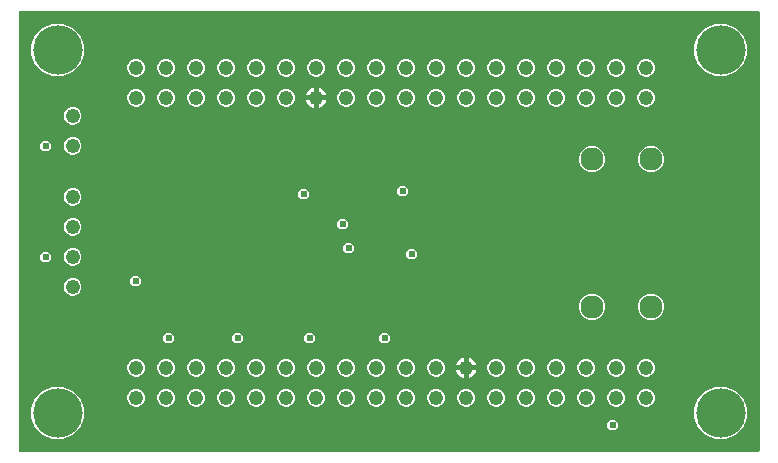
<source format=gbr>
G04 EAGLE Gerber RS-274X export*
G75*
%MOMM*%
%FSLAX34Y34*%
%LPD*%
%INCopper Layer 15*%
%IPPOS*%
%AMOC8*
5,1,8,0,0,1.08239X$1,22.5*%
G01*
%ADD10C,1.244600*%
%ADD11C,1.960000*%
%ADD12C,4.191000*%
%ADD13C,0.609600*%

G36*
X628768Y2556D02*
X628768Y2556D01*
X628887Y2563D01*
X628925Y2576D01*
X628966Y2581D01*
X629076Y2624D01*
X629189Y2661D01*
X629224Y2683D01*
X629261Y2698D01*
X629357Y2767D01*
X629458Y2831D01*
X629486Y2861D01*
X629519Y2884D01*
X629595Y2976D01*
X629676Y3063D01*
X629696Y3098D01*
X629721Y3129D01*
X629772Y3237D01*
X629830Y3341D01*
X629840Y3381D01*
X629857Y3417D01*
X629879Y3534D01*
X629909Y3649D01*
X629913Y3709D01*
X629917Y3729D01*
X629915Y3750D01*
X629919Y3810D01*
X629919Y374650D01*
X629904Y374768D01*
X629897Y374887D01*
X629884Y374925D01*
X629879Y374966D01*
X629836Y375076D01*
X629799Y375189D01*
X629777Y375224D01*
X629762Y375261D01*
X629693Y375357D01*
X629629Y375458D01*
X629599Y375486D01*
X629576Y375519D01*
X629484Y375595D01*
X629397Y375676D01*
X629362Y375696D01*
X629331Y375721D01*
X629223Y375772D01*
X629119Y375830D01*
X629079Y375840D01*
X629043Y375857D01*
X628926Y375879D01*
X628811Y375909D01*
X628751Y375913D01*
X628731Y375917D01*
X628710Y375915D01*
X628650Y375919D01*
X3810Y375919D01*
X3692Y375904D01*
X3573Y375897D01*
X3535Y375884D01*
X3494Y375879D01*
X3384Y375836D01*
X3271Y375799D01*
X3236Y375777D01*
X3199Y375762D01*
X3103Y375693D01*
X3002Y375629D01*
X2974Y375599D01*
X2941Y375576D01*
X2865Y375484D01*
X2784Y375397D01*
X2764Y375362D01*
X2739Y375331D01*
X2688Y375223D01*
X2630Y375119D01*
X2620Y375079D01*
X2603Y375043D01*
X2581Y374926D01*
X2551Y374811D01*
X2547Y374751D01*
X2543Y374731D01*
X2545Y374710D01*
X2541Y374650D01*
X2541Y3810D01*
X2556Y3692D01*
X2563Y3573D01*
X2576Y3535D01*
X2581Y3494D01*
X2624Y3384D01*
X2661Y3271D01*
X2683Y3236D01*
X2698Y3199D01*
X2767Y3103D01*
X2831Y3002D01*
X2861Y2974D01*
X2884Y2941D01*
X2976Y2865D01*
X3063Y2784D01*
X3098Y2764D01*
X3129Y2739D01*
X3237Y2688D01*
X3341Y2630D01*
X3381Y2620D01*
X3417Y2603D01*
X3534Y2581D01*
X3649Y2551D01*
X3709Y2547D01*
X3729Y2543D01*
X3750Y2545D01*
X3810Y2541D01*
X628650Y2541D01*
X628768Y2556D01*
G37*
%LPC*%
G36*
X592479Y320674D02*
X592479Y320674D01*
X584310Y324058D01*
X578058Y330310D01*
X574674Y338479D01*
X574674Y347321D01*
X578058Y355490D01*
X584310Y361742D01*
X592479Y365126D01*
X601321Y365126D01*
X609490Y361742D01*
X615742Y355490D01*
X619126Y347321D01*
X619126Y338479D01*
X615742Y330310D01*
X609490Y324058D01*
X601321Y320674D01*
X592479Y320674D01*
G37*
%LPD*%
%LPC*%
G36*
X31139Y320674D02*
X31139Y320674D01*
X22970Y324058D01*
X16718Y330310D01*
X13334Y338479D01*
X13334Y347321D01*
X16718Y355490D01*
X22970Y361742D01*
X31139Y365126D01*
X39981Y365126D01*
X48150Y361742D01*
X54402Y355490D01*
X57786Y347321D01*
X57786Y338479D01*
X54402Y330310D01*
X48150Y324058D01*
X39981Y320674D01*
X31139Y320674D01*
G37*
%LPD*%
%LPC*%
G36*
X31139Y13334D02*
X31139Y13334D01*
X22970Y16718D01*
X16718Y22970D01*
X13334Y31139D01*
X13334Y39981D01*
X16718Y48150D01*
X22970Y54402D01*
X31139Y57786D01*
X39981Y57786D01*
X48150Y54402D01*
X54402Y48150D01*
X57786Y39981D01*
X57786Y31139D01*
X54402Y22970D01*
X48150Y16718D01*
X39981Y13334D01*
X31139Y13334D01*
G37*
%LPD*%
%LPC*%
G36*
X592479Y13334D02*
X592479Y13334D01*
X584310Y16718D01*
X578058Y22970D01*
X574674Y31139D01*
X574674Y39981D01*
X578058Y48150D01*
X584310Y54402D01*
X592479Y57786D01*
X601321Y57786D01*
X609490Y54402D01*
X615742Y48150D01*
X619126Y39981D01*
X619126Y31139D01*
X615742Y22970D01*
X609490Y16718D01*
X601321Y13334D01*
X592479Y13334D01*
G37*
%LPD*%
%LPC*%
G36*
X485878Y114389D02*
X485878Y114389D01*
X481809Y116075D01*
X478695Y119189D01*
X477009Y123258D01*
X477009Y127662D01*
X478695Y131731D01*
X481809Y134845D01*
X485878Y136531D01*
X490282Y136531D01*
X494351Y134845D01*
X497465Y131731D01*
X499151Y127662D01*
X499151Y123258D01*
X497465Y119189D01*
X494351Y116075D01*
X490282Y114389D01*
X485878Y114389D01*
G37*
%LPD*%
%LPC*%
G36*
X535878Y114389D02*
X535878Y114389D01*
X531809Y116075D01*
X528695Y119189D01*
X527009Y123258D01*
X527009Y127662D01*
X528695Y131731D01*
X531809Y134845D01*
X535878Y136531D01*
X540282Y136531D01*
X544351Y134845D01*
X547465Y131731D01*
X549151Y127662D01*
X549151Y123258D01*
X547465Y119189D01*
X544351Y116075D01*
X540282Y114389D01*
X535878Y114389D01*
G37*
%LPD*%
%LPC*%
G36*
X485878Y239389D02*
X485878Y239389D01*
X481809Y241075D01*
X478695Y244189D01*
X477009Y248258D01*
X477009Y252662D01*
X478695Y256731D01*
X481809Y259845D01*
X485878Y261531D01*
X490282Y261531D01*
X494351Y259845D01*
X497465Y256731D01*
X499151Y252662D01*
X499151Y248258D01*
X497465Y244189D01*
X494351Y241075D01*
X490282Y239389D01*
X485878Y239389D01*
G37*
%LPD*%
%LPC*%
G36*
X535878Y239389D02*
X535878Y239389D01*
X531809Y241075D01*
X528695Y244189D01*
X527009Y248258D01*
X527009Y252662D01*
X528695Y256731D01*
X531809Y259845D01*
X535878Y261531D01*
X540282Y261531D01*
X544351Y259845D01*
X547465Y256731D01*
X549151Y252662D01*
X549151Y248258D01*
X547465Y244189D01*
X544351Y241075D01*
X540282Y239389D01*
X535878Y239389D01*
G37*
%LPD*%
%LPC*%
G36*
X380189Y320426D02*
X380189Y320426D01*
X377435Y321567D01*
X375327Y323675D01*
X374186Y326429D01*
X374186Y329411D01*
X375327Y332165D01*
X377435Y334273D01*
X380189Y335414D01*
X383171Y335414D01*
X385925Y334273D01*
X388033Y332165D01*
X389174Y329411D01*
X389174Y326429D01*
X388033Y323675D01*
X385925Y321567D01*
X383171Y320426D01*
X380189Y320426D01*
G37*
%LPD*%
%LPC*%
G36*
X354789Y320426D02*
X354789Y320426D01*
X352035Y321567D01*
X349927Y323675D01*
X348786Y326429D01*
X348786Y329411D01*
X349927Y332165D01*
X352035Y334273D01*
X354789Y335414D01*
X357771Y335414D01*
X360525Y334273D01*
X362633Y332165D01*
X363774Y329411D01*
X363774Y326429D01*
X362633Y323675D01*
X360525Y321567D01*
X357771Y320426D01*
X354789Y320426D01*
G37*
%LPD*%
%LPC*%
G36*
X329389Y320426D02*
X329389Y320426D01*
X326635Y321567D01*
X324527Y323675D01*
X323386Y326429D01*
X323386Y329411D01*
X324527Y332165D01*
X326635Y334273D01*
X329389Y335414D01*
X332371Y335414D01*
X335125Y334273D01*
X337233Y332165D01*
X338374Y329411D01*
X338374Y326429D01*
X337233Y323675D01*
X335125Y321567D01*
X332371Y320426D01*
X329389Y320426D01*
G37*
%LPD*%
%LPC*%
G36*
X303989Y320426D02*
X303989Y320426D01*
X301235Y321567D01*
X299127Y323675D01*
X297986Y326429D01*
X297986Y329411D01*
X299127Y332165D01*
X301235Y334273D01*
X303989Y335414D01*
X306971Y335414D01*
X309725Y334273D01*
X311833Y332165D01*
X312974Y329411D01*
X312974Y326429D01*
X311833Y323675D01*
X309725Y321567D01*
X306971Y320426D01*
X303989Y320426D01*
G37*
%LPD*%
%LPC*%
G36*
X278589Y320426D02*
X278589Y320426D01*
X275835Y321567D01*
X273727Y323675D01*
X272586Y326429D01*
X272586Y329411D01*
X273727Y332165D01*
X275835Y334273D01*
X278589Y335414D01*
X281571Y335414D01*
X284325Y334273D01*
X286433Y332165D01*
X287574Y329411D01*
X287574Y326429D01*
X286433Y323675D01*
X284325Y321567D01*
X281571Y320426D01*
X278589Y320426D01*
G37*
%LPD*%
%LPC*%
G36*
X253189Y320426D02*
X253189Y320426D01*
X250435Y321567D01*
X248327Y323675D01*
X247186Y326429D01*
X247186Y329411D01*
X248327Y332165D01*
X250435Y334273D01*
X253189Y335414D01*
X256171Y335414D01*
X258925Y334273D01*
X261033Y332165D01*
X262174Y329411D01*
X262174Y326429D01*
X261033Y323675D01*
X258925Y321567D01*
X256171Y320426D01*
X253189Y320426D01*
G37*
%LPD*%
%LPC*%
G36*
X227789Y320426D02*
X227789Y320426D01*
X225035Y321567D01*
X222927Y323675D01*
X221786Y326429D01*
X221786Y329411D01*
X222927Y332165D01*
X225035Y334273D01*
X227789Y335414D01*
X230771Y335414D01*
X233525Y334273D01*
X235633Y332165D01*
X236774Y329411D01*
X236774Y326429D01*
X235633Y323675D01*
X233525Y321567D01*
X230771Y320426D01*
X227789Y320426D01*
G37*
%LPD*%
%LPC*%
G36*
X202389Y320426D02*
X202389Y320426D01*
X199635Y321567D01*
X197527Y323675D01*
X196386Y326429D01*
X196386Y329411D01*
X197527Y332165D01*
X199635Y334273D01*
X202389Y335414D01*
X205371Y335414D01*
X208125Y334273D01*
X210233Y332165D01*
X211374Y329411D01*
X211374Y326429D01*
X210233Y323675D01*
X208125Y321567D01*
X205371Y320426D01*
X202389Y320426D01*
G37*
%LPD*%
%LPC*%
G36*
X176989Y320426D02*
X176989Y320426D01*
X174235Y321567D01*
X172127Y323675D01*
X170986Y326429D01*
X170986Y329411D01*
X172127Y332165D01*
X174235Y334273D01*
X176989Y335414D01*
X179971Y335414D01*
X182725Y334273D01*
X184833Y332165D01*
X185974Y329411D01*
X185974Y326429D01*
X184833Y323675D01*
X182725Y321567D01*
X179971Y320426D01*
X176989Y320426D01*
G37*
%LPD*%
%LPC*%
G36*
X151589Y320426D02*
X151589Y320426D01*
X148835Y321567D01*
X146727Y323675D01*
X145586Y326429D01*
X145586Y329411D01*
X146727Y332165D01*
X148835Y334273D01*
X151589Y335414D01*
X154571Y335414D01*
X157325Y334273D01*
X159433Y332165D01*
X160574Y329411D01*
X160574Y326429D01*
X159433Y323675D01*
X157325Y321567D01*
X154571Y320426D01*
X151589Y320426D01*
G37*
%LPD*%
%LPC*%
G36*
X126189Y320426D02*
X126189Y320426D01*
X123435Y321567D01*
X121327Y323675D01*
X120186Y326429D01*
X120186Y329411D01*
X121327Y332165D01*
X123435Y334273D01*
X126189Y335414D01*
X129171Y335414D01*
X131925Y334273D01*
X134033Y332165D01*
X135174Y329411D01*
X135174Y326429D01*
X134033Y323675D01*
X131925Y321567D01*
X129171Y320426D01*
X126189Y320426D01*
G37*
%LPD*%
%LPC*%
G36*
X100789Y320426D02*
X100789Y320426D01*
X98035Y321567D01*
X95927Y323675D01*
X94786Y326429D01*
X94786Y329411D01*
X95927Y332165D01*
X98035Y334273D01*
X100789Y335414D01*
X103771Y335414D01*
X106525Y334273D01*
X108633Y332165D01*
X109774Y329411D01*
X109774Y326429D01*
X108633Y323675D01*
X106525Y321567D01*
X103771Y320426D01*
X100789Y320426D01*
G37*
%LPD*%
%LPC*%
G36*
X151589Y41026D02*
X151589Y41026D01*
X148835Y42167D01*
X146727Y44275D01*
X145586Y47029D01*
X145586Y50011D01*
X146727Y52765D01*
X148835Y54873D01*
X151589Y56014D01*
X154571Y56014D01*
X157325Y54873D01*
X159433Y52765D01*
X160574Y50011D01*
X160574Y47029D01*
X159433Y44275D01*
X157325Y42167D01*
X154571Y41026D01*
X151589Y41026D01*
G37*
%LPD*%
%LPC*%
G36*
X176989Y41026D02*
X176989Y41026D01*
X174235Y42167D01*
X172127Y44275D01*
X170986Y47029D01*
X170986Y50011D01*
X172127Y52765D01*
X174235Y54873D01*
X176989Y56014D01*
X179971Y56014D01*
X182725Y54873D01*
X184833Y52765D01*
X185974Y50011D01*
X185974Y47029D01*
X184833Y44275D01*
X182725Y42167D01*
X179971Y41026D01*
X176989Y41026D01*
G37*
%LPD*%
%LPC*%
G36*
X532589Y295026D02*
X532589Y295026D01*
X529835Y296167D01*
X527727Y298275D01*
X526586Y301029D01*
X526586Y304011D01*
X527727Y306765D01*
X529835Y308873D01*
X532589Y310014D01*
X535571Y310014D01*
X538325Y308873D01*
X540433Y306765D01*
X541574Y304011D01*
X541574Y301029D01*
X540433Y298275D01*
X538325Y296167D01*
X535571Y295026D01*
X532589Y295026D01*
G37*
%LPD*%
%LPC*%
G36*
X507189Y295026D02*
X507189Y295026D01*
X504435Y296167D01*
X502327Y298275D01*
X501186Y301029D01*
X501186Y304011D01*
X502327Y306765D01*
X504435Y308873D01*
X507189Y310014D01*
X510171Y310014D01*
X512925Y308873D01*
X515033Y306765D01*
X516174Y304011D01*
X516174Y301029D01*
X515033Y298275D01*
X512925Y296167D01*
X510171Y295026D01*
X507189Y295026D01*
G37*
%LPD*%
%LPC*%
G36*
X481789Y295026D02*
X481789Y295026D01*
X479035Y296167D01*
X476927Y298275D01*
X475786Y301029D01*
X475786Y304011D01*
X476927Y306765D01*
X479035Y308873D01*
X481789Y310014D01*
X484771Y310014D01*
X487525Y308873D01*
X489633Y306765D01*
X490774Y304011D01*
X490774Y301029D01*
X489633Y298275D01*
X487525Y296167D01*
X484771Y295026D01*
X481789Y295026D01*
G37*
%LPD*%
%LPC*%
G36*
X456389Y295026D02*
X456389Y295026D01*
X453635Y296167D01*
X451527Y298275D01*
X450386Y301029D01*
X450386Y304011D01*
X451527Y306765D01*
X453635Y308873D01*
X456389Y310014D01*
X459371Y310014D01*
X462125Y308873D01*
X464233Y306765D01*
X465374Y304011D01*
X465374Y301029D01*
X464233Y298275D01*
X462125Y296167D01*
X459371Y295026D01*
X456389Y295026D01*
G37*
%LPD*%
%LPC*%
G36*
X430989Y295026D02*
X430989Y295026D01*
X428235Y296167D01*
X426127Y298275D01*
X424986Y301029D01*
X424986Y304011D01*
X426127Y306765D01*
X428235Y308873D01*
X430989Y310014D01*
X433971Y310014D01*
X436725Y308873D01*
X438833Y306765D01*
X439974Y304011D01*
X439974Y301029D01*
X438833Y298275D01*
X436725Y296167D01*
X433971Y295026D01*
X430989Y295026D01*
G37*
%LPD*%
%LPC*%
G36*
X405589Y295026D02*
X405589Y295026D01*
X402835Y296167D01*
X400727Y298275D01*
X399586Y301029D01*
X399586Y304011D01*
X400727Y306765D01*
X402835Y308873D01*
X405589Y310014D01*
X408571Y310014D01*
X411325Y308873D01*
X413433Y306765D01*
X414574Y304011D01*
X414574Y301029D01*
X413433Y298275D01*
X411325Y296167D01*
X408571Y295026D01*
X405589Y295026D01*
G37*
%LPD*%
%LPC*%
G36*
X380189Y295026D02*
X380189Y295026D01*
X377435Y296167D01*
X375327Y298275D01*
X374186Y301029D01*
X374186Y304011D01*
X375327Y306765D01*
X377435Y308873D01*
X380189Y310014D01*
X383171Y310014D01*
X385925Y308873D01*
X388033Y306765D01*
X389174Y304011D01*
X389174Y301029D01*
X388033Y298275D01*
X385925Y296167D01*
X383171Y295026D01*
X380189Y295026D01*
G37*
%LPD*%
%LPC*%
G36*
X354789Y295026D02*
X354789Y295026D01*
X352035Y296167D01*
X349927Y298275D01*
X348786Y301029D01*
X348786Y304011D01*
X349927Y306765D01*
X352035Y308873D01*
X354789Y310014D01*
X357771Y310014D01*
X360525Y308873D01*
X362633Y306765D01*
X363774Y304011D01*
X363774Y301029D01*
X362633Y298275D01*
X360525Y296167D01*
X357771Y295026D01*
X354789Y295026D01*
G37*
%LPD*%
%LPC*%
G36*
X329389Y295026D02*
X329389Y295026D01*
X326635Y296167D01*
X324527Y298275D01*
X323386Y301029D01*
X323386Y304011D01*
X324527Y306765D01*
X326635Y308873D01*
X329389Y310014D01*
X332371Y310014D01*
X335125Y308873D01*
X337233Y306765D01*
X338374Y304011D01*
X338374Y301029D01*
X337233Y298275D01*
X335125Y296167D01*
X332371Y295026D01*
X329389Y295026D01*
G37*
%LPD*%
%LPC*%
G36*
X303989Y295026D02*
X303989Y295026D01*
X301235Y296167D01*
X299127Y298275D01*
X297986Y301029D01*
X297986Y304011D01*
X299127Y306765D01*
X301235Y308873D01*
X303989Y310014D01*
X306971Y310014D01*
X309725Y308873D01*
X311833Y306765D01*
X312974Y304011D01*
X312974Y301029D01*
X311833Y298275D01*
X309725Y296167D01*
X306971Y295026D01*
X303989Y295026D01*
G37*
%LPD*%
%LPC*%
G36*
X278589Y295026D02*
X278589Y295026D01*
X275835Y296167D01*
X273727Y298275D01*
X272586Y301029D01*
X272586Y304011D01*
X273727Y306765D01*
X275835Y308873D01*
X278589Y310014D01*
X281571Y310014D01*
X284325Y308873D01*
X286433Y306765D01*
X287574Y304011D01*
X287574Y301029D01*
X286433Y298275D01*
X284325Y296167D01*
X281571Y295026D01*
X278589Y295026D01*
G37*
%LPD*%
%LPC*%
G36*
X227789Y295026D02*
X227789Y295026D01*
X225035Y296167D01*
X222927Y298275D01*
X221786Y301029D01*
X221786Y304011D01*
X222927Y306765D01*
X225035Y308873D01*
X227789Y310014D01*
X230771Y310014D01*
X233525Y308873D01*
X235633Y306765D01*
X236774Y304011D01*
X236774Y301029D01*
X235633Y298275D01*
X233525Y296167D01*
X230771Y295026D01*
X227789Y295026D01*
G37*
%LPD*%
%LPC*%
G36*
X202389Y295026D02*
X202389Y295026D01*
X199635Y296167D01*
X197527Y298275D01*
X196386Y301029D01*
X196386Y304011D01*
X197527Y306765D01*
X199635Y308873D01*
X202389Y310014D01*
X205371Y310014D01*
X208125Y308873D01*
X210233Y306765D01*
X211374Y304011D01*
X211374Y301029D01*
X210233Y298275D01*
X208125Y296167D01*
X205371Y295026D01*
X202389Y295026D01*
G37*
%LPD*%
%LPC*%
G36*
X176989Y295026D02*
X176989Y295026D01*
X174235Y296167D01*
X172127Y298275D01*
X170986Y301029D01*
X170986Y304011D01*
X172127Y306765D01*
X174235Y308873D01*
X176989Y310014D01*
X179971Y310014D01*
X182725Y308873D01*
X184833Y306765D01*
X185974Y304011D01*
X185974Y301029D01*
X184833Y298275D01*
X182725Y296167D01*
X179971Y295026D01*
X176989Y295026D01*
G37*
%LPD*%
%LPC*%
G36*
X151589Y295026D02*
X151589Y295026D01*
X148835Y296167D01*
X146727Y298275D01*
X145586Y301029D01*
X145586Y304011D01*
X146727Y306765D01*
X148835Y308873D01*
X151589Y310014D01*
X154571Y310014D01*
X157325Y308873D01*
X159433Y306765D01*
X160574Y304011D01*
X160574Y301029D01*
X159433Y298275D01*
X157325Y296167D01*
X154571Y295026D01*
X151589Y295026D01*
G37*
%LPD*%
%LPC*%
G36*
X126189Y295026D02*
X126189Y295026D01*
X123435Y296167D01*
X121327Y298275D01*
X120186Y301029D01*
X120186Y304011D01*
X121327Y306765D01*
X123435Y308873D01*
X126189Y310014D01*
X129171Y310014D01*
X131925Y308873D01*
X134033Y306765D01*
X135174Y304011D01*
X135174Y301029D01*
X134033Y298275D01*
X131925Y296167D01*
X129171Y295026D01*
X126189Y295026D01*
G37*
%LPD*%
%LPC*%
G36*
X100789Y295026D02*
X100789Y295026D01*
X98035Y296167D01*
X95927Y298275D01*
X94786Y301029D01*
X94786Y304011D01*
X95927Y306765D01*
X98035Y308873D01*
X100789Y310014D01*
X103771Y310014D01*
X106525Y308873D01*
X108633Y306765D01*
X109774Y304011D01*
X109774Y301029D01*
X108633Y298275D01*
X106525Y296167D01*
X103771Y295026D01*
X100789Y295026D01*
G37*
%LPD*%
%LPC*%
G36*
X202389Y41026D02*
X202389Y41026D01*
X199635Y42167D01*
X197527Y44275D01*
X196386Y47029D01*
X196386Y50011D01*
X197527Y52765D01*
X199635Y54873D01*
X202389Y56014D01*
X205371Y56014D01*
X208125Y54873D01*
X210233Y52765D01*
X211374Y50011D01*
X211374Y47029D01*
X210233Y44275D01*
X208125Y42167D01*
X205371Y41026D01*
X202389Y41026D01*
G37*
%LPD*%
%LPC*%
G36*
X227789Y41026D02*
X227789Y41026D01*
X225035Y42167D01*
X222927Y44275D01*
X221786Y47029D01*
X221786Y50011D01*
X222927Y52765D01*
X225035Y54873D01*
X227789Y56014D01*
X230771Y56014D01*
X233525Y54873D01*
X235633Y52765D01*
X236774Y50011D01*
X236774Y47029D01*
X235633Y44275D01*
X233525Y42167D01*
X230771Y41026D01*
X227789Y41026D01*
G37*
%LPD*%
%LPC*%
G36*
X46769Y279526D02*
X46769Y279526D01*
X44015Y280667D01*
X41907Y282775D01*
X40766Y285529D01*
X40766Y288511D01*
X41907Y291265D01*
X44015Y293373D01*
X46769Y294514D01*
X49751Y294514D01*
X52505Y293373D01*
X54613Y291265D01*
X55754Y288511D01*
X55754Y285529D01*
X54613Y282775D01*
X52505Y280667D01*
X49751Y279526D01*
X46769Y279526D01*
G37*
%LPD*%
%LPC*%
G36*
X46769Y254126D02*
X46769Y254126D01*
X44015Y255267D01*
X41907Y257375D01*
X40766Y260129D01*
X40766Y263111D01*
X41907Y265865D01*
X44015Y267973D01*
X46769Y269114D01*
X49751Y269114D01*
X52505Y267973D01*
X54613Y265865D01*
X55754Y263111D01*
X55754Y260129D01*
X54613Y257375D01*
X52505Y255267D01*
X49751Y254126D01*
X46769Y254126D01*
G37*
%LPD*%
%LPC*%
G36*
X253189Y41026D02*
X253189Y41026D01*
X250435Y42167D01*
X248327Y44275D01*
X247186Y47029D01*
X247186Y50011D01*
X248327Y52765D01*
X250435Y54873D01*
X253189Y56014D01*
X256171Y56014D01*
X258925Y54873D01*
X261033Y52765D01*
X262174Y50011D01*
X262174Y47029D01*
X261033Y44275D01*
X258925Y42167D01*
X256171Y41026D01*
X253189Y41026D01*
G37*
%LPD*%
%LPC*%
G36*
X405589Y320426D02*
X405589Y320426D01*
X402835Y321567D01*
X400727Y323675D01*
X399586Y326429D01*
X399586Y329411D01*
X400727Y332165D01*
X402835Y334273D01*
X405589Y335414D01*
X408571Y335414D01*
X411325Y334273D01*
X413433Y332165D01*
X414574Y329411D01*
X414574Y326429D01*
X413433Y323675D01*
X411325Y321567D01*
X408571Y320426D01*
X405589Y320426D01*
G37*
%LPD*%
%LPC*%
G36*
X430989Y320426D02*
X430989Y320426D01*
X428235Y321567D01*
X426127Y323675D01*
X424986Y326429D01*
X424986Y329411D01*
X426127Y332165D01*
X428235Y334273D01*
X430989Y335414D01*
X433971Y335414D01*
X436725Y334273D01*
X438833Y332165D01*
X439974Y329411D01*
X439974Y326429D01*
X438833Y323675D01*
X436725Y321567D01*
X433971Y320426D01*
X430989Y320426D01*
G37*
%LPD*%
%LPC*%
G36*
X278589Y41026D02*
X278589Y41026D01*
X275835Y42167D01*
X273727Y44275D01*
X272586Y47029D01*
X272586Y50011D01*
X273727Y52765D01*
X275835Y54873D01*
X278589Y56014D01*
X281571Y56014D01*
X284325Y54873D01*
X286433Y52765D01*
X287574Y50011D01*
X287574Y47029D01*
X286433Y44275D01*
X284325Y42167D01*
X281571Y41026D01*
X278589Y41026D01*
G37*
%LPD*%
%LPC*%
G36*
X46769Y210946D02*
X46769Y210946D01*
X44015Y212087D01*
X41907Y214195D01*
X40766Y216949D01*
X40766Y219931D01*
X41907Y222685D01*
X44015Y224793D01*
X46769Y225934D01*
X49751Y225934D01*
X52505Y224793D01*
X54613Y222685D01*
X55754Y219931D01*
X55754Y216949D01*
X54613Y214195D01*
X52505Y212087D01*
X49751Y210946D01*
X46769Y210946D01*
G37*
%LPD*%
%LPC*%
G36*
X303989Y41026D02*
X303989Y41026D01*
X301235Y42167D01*
X299127Y44275D01*
X297986Y47029D01*
X297986Y50011D01*
X299127Y52765D01*
X301235Y54873D01*
X303989Y56014D01*
X306971Y56014D01*
X309725Y54873D01*
X311833Y52765D01*
X312974Y50011D01*
X312974Y47029D01*
X311833Y44275D01*
X309725Y42167D01*
X306971Y41026D01*
X303989Y41026D01*
G37*
%LPD*%
%LPC*%
G36*
X46769Y185546D02*
X46769Y185546D01*
X44015Y186687D01*
X41907Y188795D01*
X40766Y191549D01*
X40766Y194531D01*
X41907Y197285D01*
X44015Y199393D01*
X46769Y200534D01*
X49751Y200534D01*
X52505Y199393D01*
X54613Y197285D01*
X55754Y194531D01*
X55754Y191549D01*
X54613Y188795D01*
X52505Y186687D01*
X49751Y185546D01*
X46769Y185546D01*
G37*
%LPD*%
%LPC*%
G36*
X329389Y41026D02*
X329389Y41026D01*
X326635Y42167D01*
X324527Y44275D01*
X323386Y47029D01*
X323386Y50011D01*
X324527Y52765D01*
X326635Y54873D01*
X329389Y56014D01*
X332371Y56014D01*
X335125Y54873D01*
X337233Y52765D01*
X338374Y50011D01*
X338374Y47029D01*
X337233Y44275D01*
X335125Y42167D01*
X332371Y41026D01*
X329389Y41026D01*
G37*
%LPD*%
%LPC*%
G36*
X354789Y41026D02*
X354789Y41026D01*
X352035Y42167D01*
X349927Y44275D01*
X348786Y47029D01*
X348786Y50011D01*
X349927Y52765D01*
X352035Y54873D01*
X354789Y56014D01*
X357771Y56014D01*
X360525Y54873D01*
X362633Y52765D01*
X363774Y50011D01*
X363774Y47029D01*
X362633Y44275D01*
X360525Y42167D01*
X357771Y41026D01*
X354789Y41026D01*
G37*
%LPD*%
%LPC*%
G36*
X46769Y160146D02*
X46769Y160146D01*
X44015Y161287D01*
X41907Y163395D01*
X40766Y166149D01*
X40766Y169131D01*
X41907Y171885D01*
X44015Y173993D01*
X46769Y175134D01*
X49751Y175134D01*
X52505Y173993D01*
X54613Y171885D01*
X55754Y169131D01*
X55754Y166149D01*
X54613Y163395D01*
X52505Y161287D01*
X49751Y160146D01*
X46769Y160146D01*
G37*
%LPD*%
%LPC*%
G36*
X380189Y41026D02*
X380189Y41026D01*
X377435Y42167D01*
X375327Y44275D01*
X374186Y47029D01*
X374186Y50011D01*
X375327Y52765D01*
X377435Y54873D01*
X380189Y56014D01*
X383171Y56014D01*
X385925Y54873D01*
X388033Y52765D01*
X389174Y50011D01*
X389174Y47029D01*
X388033Y44275D01*
X385925Y42167D01*
X383171Y41026D01*
X380189Y41026D01*
G37*
%LPD*%
%LPC*%
G36*
X405589Y41026D02*
X405589Y41026D01*
X402835Y42167D01*
X400727Y44275D01*
X399586Y47029D01*
X399586Y50011D01*
X400727Y52765D01*
X402835Y54873D01*
X405589Y56014D01*
X408571Y56014D01*
X411325Y54873D01*
X413433Y52765D01*
X414574Y50011D01*
X414574Y47029D01*
X413433Y44275D01*
X411325Y42167D01*
X408571Y41026D01*
X405589Y41026D01*
G37*
%LPD*%
%LPC*%
G36*
X430989Y41026D02*
X430989Y41026D01*
X428235Y42167D01*
X426127Y44275D01*
X424986Y47029D01*
X424986Y50011D01*
X426127Y52765D01*
X428235Y54873D01*
X430989Y56014D01*
X433971Y56014D01*
X436725Y54873D01*
X438833Y52765D01*
X439974Y50011D01*
X439974Y47029D01*
X438833Y44275D01*
X436725Y42167D01*
X433971Y41026D01*
X430989Y41026D01*
G37*
%LPD*%
%LPC*%
G36*
X46769Y134746D02*
X46769Y134746D01*
X44015Y135887D01*
X41907Y137995D01*
X40766Y140749D01*
X40766Y143731D01*
X41907Y146485D01*
X44015Y148593D01*
X46769Y149734D01*
X49751Y149734D01*
X52505Y148593D01*
X54613Y146485D01*
X55754Y143731D01*
X55754Y140749D01*
X54613Y137995D01*
X52505Y135887D01*
X49751Y134746D01*
X46769Y134746D01*
G37*
%LPD*%
%LPC*%
G36*
X456389Y320426D02*
X456389Y320426D01*
X453635Y321567D01*
X451527Y323675D01*
X450386Y326429D01*
X450386Y329411D01*
X451527Y332165D01*
X453635Y334273D01*
X456389Y335414D01*
X459371Y335414D01*
X462125Y334273D01*
X464233Y332165D01*
X465374Y329411D01*
X465374Y326429D01*
X464233Y323675D01*
X462125Y321567D01*
X459371Y320426D01*
X456389Y320426D01*
G37*
%LPD*%
%LPC*%
G36*
X481789Y320426D02*
X481789Y320426D01*
X479035Y321567D01*
X476927Y323675D01*
X475786Y326429D01*
X475786Y329411D01*
X476927Y332165D01*
X479035Y334273D01*
X481789Y335414D01*
X484771Y335414D01*
X487525Y334273D01*
X489633Y332165D01*
X490774Y329411D01*
X490774Y326429D01*
X489633Y323675D01*
X487525Y321567D01*
X484771Y320426D01*
X481789Y320426D01*
G37*
%LPD*%
%LPC*%
G36*
X456389Y41026D02*
X456389Y41026D01*
X453635Y42167D01*
X451527Y44275D01*
X450386Y47029D01*
X450386Y50011D01*
X451527Y52765D01*
X453635Y54873D01*
X456389Y56014D01*
X459371Y56014D01*
X462125Y54873D01*
X464233Y52765D01*
X465374Y50011D01*
X465374Y47029D01*
X464233Y44275D01*
X462125Y42167D01*
X459371Y41026D01*
X456389Y41026D01*
G37*
%LPD*%
%LPC*%
G36*
X481789Y41026D02*
X481789Y41026D01*
X479035Y42167D01*
X476927Y44275D01*
X475786Y47029D01*
X475786Y50011D01*
X476927Y52765D01*
X479035Y54873D01*
X481789Y56014D01*
X484771Y56014D01*
X487525Y54873D01*
X489633Y52765D01*
X490774Y50011D01*
X490774Y47029D01*
X489633Y44275D01*
X487525Y42167D01*
X484771Y41026D01*
X481789Y41026D01*
G37*
%LPD*%
%LPC*%
G36*
X507189Y41026D02*
X507189Y41026D01*
X504435Y42167D01*
X502327Y44275D01*
X501186Y47029D01*
X501186Y50011D01*
X502327Y52765D01*
X504435Y54873D01*
X507189Y56014D01*
X510171Y56014D01*
X512925Y54873D01*
X515033Y52765D01*
X516174Y50011D01*
X516174Y47029D01*
X515033Y44275D01*
X512925Y42167D01*
X510171Y41026D01*
X507189Y41026D01*
G37*
%LPD*%
%LPC*%
G36*
X532589Y41026D02*
X532589Y41026D01*
X529835Y42167D01*
X527727Y44275D01*
X526586Y47029D01*
X526586Y50011D01*
X527727Y52765D01*
X529835Y54873D01*
X532589Y56014D01*
X535571Y56014D01*
X538325Y54873D01*
X540433Y52765D01*
X541574Y50011D01*
X541574Y47029D01*
X540433Y44275D01*
X538325Y42167D01*
X535571Y41026D01*
X532589Y41026D01*
G37*
%LPD*%
%LPC*%
G36*
X100789Y41026D02*
X100789Y41026D01*
X98035Y42167D01*
X95927Y44275D01*
X94786Y47029D01*
X94786Y50011D01*
X95927Y52765D01*
X98035Y54873D01*
X100789Y56014D01*
X103771Y56014D01*
X106525Y54873D01*
X108633Y52765D01*
X109774Y50011D01*
X109774Y47029D01*
X108633Y44275D01*
X106525Y42167D01*
X103771Y41026D01*
X100789Y41026D01*
G37*
%LPD*%
%LPC*%
G36*
X126189Y41026D02*
X126189Y41026D01*
X123435Y42167D01*
X121327Y44275D01*
X120186Y47029D01*
X120186Y50011D01*
X121327Y52765D01*
X123435Y54873D01*
X126189Y56014D01*
X129171Y56014D01*
X131925Y54873D01*
X134033Y52765D01*
X135174Y50011D01*
X135174Y47029D01*
X134033Y44275D01*
X131925Y42167D01*
X129171Y41026D01*
X126189Y41026D01*
G37*
%LPD*%
%LPC*%
G36*
X202389Y66426D02*
X202389Y66426D01*
X199635Y67567D01*
X197527Y69675D01*
X196386Y72429D01*
X196386Y75411D01*
X197527Y78165D01*
X199635Y80273D01*
X202389Y81414D01*
X205371Y81414D01*
X208125Y80273D01*
X210233Y78165D01*
X211374Y75411D01*
X211374Y72429D01*
X210233Y69675D01*
X208125Y67567D01*
X205371Y66426D01*
X202389Y66426D01*
G37*
%LPD*%
%LPC*%
G36*
X176989Y66426D02*
X176989Y66426D01*
X174235Y67567D01*
X172127Y69675D01*
X170986Y72429D01*
X170986Y75411D01*
X172127Y78165D01*
X174235Y80273D01*
X176989Y81414D01*
X179971Y81414D01*
X182725Y80273D01*
X184833Y78165D01*
X185974Y75411D01*
X185974Y72429D01*
X184833Y69675D01*
X182725Y67567D01*
X179971Y66426D01*
X176989Y66426D01*
G37*
%LPD*%
%LPC*%
G36*
X532589Y66426D02*
X532589Y66426D01*
X529835Y67567D01*
X527727Y69675D01*
X526586Y72429D01*
X526586Y75411D01*
X527727Y78165D01*
X529835Y80273D01*
X532589Y81414D01*
X535571Y81414D01*
X538325Y80273D01*
X540433Y78165D01*
X541574Y75411D01*
X541574Y72429D01*
X540433Y69675D01*
X538325Y67567D01*
X535571Y66426D01*
X532589Y66426D01*
G37*
%LPD*%
%LPC*%
G36*
X507189Y66426D02*
X507189Y66426D01*
X504435Y67567D01*
X502327Y69675D01*
X501186Y72429D01*
X501186Y75411D01*
X502327Y78165D01*
X504435Y80273D01*
X507189Y81414D01*
X510171Y81414D01*
X512925Y80273D01*
X515033Y78165D01*
X516174Y75411D01*
X516174Y72429D01*
X515033Y69675D01*
X512925Y67567D01*
X510171Y66426D01*
X507189Y66426D01*
G37*
%LPD*%
%LPC*%
G36*
X481789Y66426D02*
X481789Y66426D01*
X479035Y67567D01*
X476927Y69675D01*
X475786Y72429D01*
X475786Y75411D01*
X476927Y78165D01*
X479035Y80273D01*
X481789Y81414D01*
X484771Y81414D01*
X487525Y80273D01*
X489633Y78165D01*
X490774Y75411D01*
X490774Y72429D01*
X489633Y69675D01*
X487525Y67567D01*
X484771Y66426D01*
X481789Y66426D01*
G37*
%LPD*%
%LPC*%
G36*
X456389Y66426D02*
X456389Y66426D01*
X453635Y67567D01*
X451527Y69675D01*
X450386Y72429D01*
X450386Y75411D01*
X451527Y78165D01*
X453635Y80273D01*
X456389Y81414D01*
X459371Y81414D01*
X462125Y80273D01*
X464233Y78165D01*
X465374Y75411D01*
X465374Y72429D01*
X464233Y69675D01*
X462125Y67567D01*
X459371Y66426D01*
X456389Y66426D01*
G37*
%LPD*%
%LPC*%
G36*
X430989Y66426D02*
X430989Y66426D01*
X428235Y67567D01*
X426127Y69675D01*
X424986Y72429D01*
X424986Y75411D01*
X426127Y78165D01*
X428235Y80273D01*
X430989Y81414D01*
X433971Y81414D01*
X436725Y80273D01*
X438833Y78165D01*
X439974Y75411D01*
X439974Y72429D01*
X438833Y69675D01*
X436725Y67567D01*
X433971Y66426D01*
X430989Y66426D01*
G37*
%LPD*%
%LPC*%
G36*
X405589Y66426D02*
X405589Y66426D01*
X402835Y67567D01*
X400727Y69675D01*
X399586Y72429D01*
X399586Y75411D01*
X400727Y78165D01*
X402835Y80273D01*
X405589Y81414D01*
X408571Y81414D01*
X411325Y80273D01*
X413433Y78165D01*
X414574Y75411D01*
X414574Y72429D01*
X413433Y69675D01*
X411325Y67567D01*
X408571Y66426D01*
X405589Y66426D01*
G37*
%LPD*%
%LPC*%
G36*
X354789Y66426D02*
X354789Y66426D01*
X352035Y67567D01*
X349927Y69675D01*
X348786Y72429D01*
X348786Y75411D01*
X349927Y78165D01*
X352035Y80273D01*
X354789Y81414D01*
X357771Y81414D01*
X360525Y80273D01*
X362633Y78165D01*
X363774Y75411D01*
X363774Y72429D01*
X362633Y69675D01*
X360525Y67567D01*
X357771Y66426D01*
X354789Y66426D01*
G37*
%LPD*%
%LPC*%
G36*
X329389Y66426D02*
X329389Y66426D01*
X326635Y67567D01*
X324527Y69675D01*
X323386Y72429D01*
X323386Y75411D01*
X324527Y78165D01*
X326635Y80273D01*
X329389Y81414D01*
X332371Y81414D01*
X335125Y80273D01*
X337233Y78165D01*
X338374Y75411D01*
X338374Y72429D01*
X337233Y69675D01*
X335125Y67567D01*
X332371Y66426D01*
X329389Y66426D01*
G37*
%LPD*%
%LPC*%
G36*
X303989Y66426D02*
X303989Y66426D01*
X301235Y67567D01*
X299127Y69675D01*
X297986Y72429D01*
X297986Y75411D01*
X299127Y78165D01*
X301235Y80273D01*
X303989Y81414D01*
X306971Y81414D01*
X309725Y80273D01*
X311833Y78165D01*
X312974Y75411D01*
X312974Y72429D01*
X311833Y69675D01*
X309725Y67567D01*
X306971Y66426D01*
X303989Y66426D01*
G37*
%LPD*%
%LPC*%
G36*
X278589Y66426D02*
X278589Y66426D01*
X275835Y67567D01*
X273727Y69675D01*
X272586Y72429D01*
X272586Y75411D01*
X273727Y78165D01*
X275835Y80273D01*
X278589Y81414D01*
X281571Y81414D01*
X284325Y80273D01*
X286433Y78165D01*
X287574Y75411D01*
X287574Y72429D01*
X286433Y69675D01*
X284325Y67567D01*
X281571Y66426D01*
X278589Y66426D01*
G37*
%LPD*%
%LPC*%
G36*
X253189Y66426D02*
X253189Y66426D01*
X250435Y67567D01*
X248327Y69675D01*
X247186Y72429D01*
X247186Y75411D01*
X248327Y78165D01*
X250435Y80273D01*
X253189Y81414D01*
X256171Y81414D01*
X258925Y80273D01*
X261033Y78165D01*
X262174Y75411D01*
X262174Y72429D01*
X261033Y69675D01*
X258925Y67567D01*
X256171Y66426D01*
X253189Y66426D01*
G37*
%LPD*%
%LPC*%
G36*
X227789Y66426D02*
X227789Y66426D01*
X225035Y67567D01*
X222927Y69675D01*
X221786Y72429D01*
X221786Y75411D01*
X222927Y78165D01*
X225035Y80273D01*
X227789Y81414D01*
X230771Y81414D01*
X233525Y80273D01*
X235633Y78165D01*
X236774Y75411D01*
X236774Y72429D01*
X235633Y69675D01*
X233525Y67567D01*
X230771Y66426D01*
X227789Y66426D01*
G37*
%LPD*%
%LPC*%
G36*
X151589Y66426D02*
X151589Y66426D01*
X148835Y67567D01*
X146727Y69675D01*
X145586Y72429D01*
X145586Y75411D01*
X146727Y78165D01*
X148835Y80273D01*
X151589Y81414D01*
X154571Y81414D01*
X157325Y80273D01*
X159433Y78165D01*
X160574Y75411D01*
X160574Y72429D01*
X159433Y69675D01*
X157325Y67567D01*
X154571Y66426D01*
X151589Y66426D01*
G37*
%LPD*%
%LPC*%
G36*
X126189Y66426D02*
X126189Y66426D01*
X123435Y67567D01*
X121327Y69675D01*
X120186Y72429D01*
X120186Y75411D01*
X121327Y78165D01*
X123435Y80273D01*
X126189Y81414D01*
X129171Y81414D01*
X131925Y80273D01*
X134033Y78165D01*
X135174Y75411D01*
X135174Y72429D01*
X134033Y69675D01*
X131925Y67567D01*
X129171Y66426D01*
X126189Y66426D01*
G37*
%LPD*%
%LPC*%
G36*
X100789Y66426D02*
X100789Y66426D01*
X98035Y67567D01*
X95927Y69675D01*
X94786Y72429D01*
X94786Y75411D01*
X95927Y78165D01*
X98035Y80273D01*
X100789Y81414D01*
X103771Y81414D01*
X106525Y80273D01*
X108633Y78165D01*
X109774Y75411D01*
X109774Y72429D01*
X108633Y69675D01*
X106525Y67567D01*
X103771Y66426D01*
X100789Y66426D01*
G37*
%LPD*%
%LPC*%
G36*
X532589Y320426D02*
X532589Y320426D01*
X529835Y321567D01*
X527727Y323675D01*
X526586Y326429D01*
X526586Y329411D01*
X527727Y332165D01*
X529835Y334273D01*
X532589Y335414D01*
X535571Y335414D01*
X538325Y334273D01*
X540433Y332165D01*
X541574Y329411D01*
X541574Y326429D01*
X540433Y323675D01*
X538325Y321567D01*
X535571Y320426D01*
X532589Y320426D01*
G37*
%LPD*%
%LPC*%
G36*
X507189Y320426D02*
X507189Y320426D01*
X504435Y321567D01*
X502327Y323675D01*
X501186Y326429D01*
X501186Y329411D01*
X502327Y332165D01*
X504435Y334273D01*
X507189Y335414D01*
X510171Y335414D01*
X512925Y334273D01*
X515033Y332165D01*
X516174Y329411D01*
X516174Y326429D01*
X515033Y323675D01*
X512925Y321567D01*
X510171Y320426D01*
X507189Y320426D01*
G37*
%LPD*%
%LPC*%
G36*
X333491Y165861D02*
X333491Y165861D01*
X330961Y168391D01*
X330961Y171969D01*
X333491Y174499D01*
X337069Y174499D01*
X339599Y171969D01*
X339599Y168391D01*
X337069Y165861D01*
X333491Y165861D01*
G37*
%LPD*%
%LPC*%
G36*
X23611Y257301D02*
X23611Y257301D01*
X21081Y259831D01*
X21081Y263409D01*
X23611Y265939D01*
X27189Y265939D01*
X29719Y263409D01*
X29719Y259831D01*
X27189Y257301D01*
X23611Y257301D01*
G37*
%LPD*%
%LPC*%
G36*
X325871Y219201D02*
X325871Y219201D01*
X323341Y221731D01*
X323341Y225309D01*
X325871Y227839D01*
X329449Y227839D01*
X331979Y225309D01*
X331979Y221731D01*
X329449Y219201D01*
X325871Y219201D01*
G37*
%LPD*%
%LPC*%
G36*
X242051Y216661D02*
X242051Y216661D01*
X239521Y219191D01*
X239521Y222769D01*
X242051Y225299D01*
X245629Y225299D01*
X248159Y222769D01*
X248159Y219191D01*
X245629Y216661D01*
X242051Y216661D01*
G37*
%LPD*%
%LPC*%
G36*
X127751Y94741D02*
X127751Y94741D01*
X125221Y97271D01*
X125221Y100849D01*
X127751Y103379D01*
X131329Y103379D01*
X133859Y100849D01*
X133859Y97271D01*
X131329Y94741D01*
X127751Y94741D01*
G37*
%LPD*%
%LPC*%
G36*
X186171Y94741D02*
X186171Y94741D01*
X183641Y97271D01*
X183641Y100849D01*
X186171Y103379D01*
X189749Y103379D01*
X192279Y100849D01*
X192279Y97271D01*
X189749Y94741D01*
X186171Y94741D01*
G37*
%LPD*%
%LPC*%
G36*
X247131Y94741D02*
X247131Y94741D01*
X244601Y97271D01*
X244601Y100849D01*
X247131Y103379D01*
X250709Y103379D01*
X253239Y100849D01*
X253239Y97271D01*
X250709Y94741D01*
X247131Y94741D01*
G37*
%LPD*%
%LPC*%
G36*
X310631Y94741D02*
X310631Y94741D01*
X308101Y97271D01*
X308101Y100849D01*
X310631Y103379D01*
X314209Y103379D01*
X316739Y100849D01*
X316739Y97271D01*
X314209Y94741D01*
X310631Y94741D01*
G37*
%LPD*%
%LPC*%
G36*
X99811Y143001D02*
X99811Y143001D01*
X97281Y145531D01*
X97281Y149109D01*
X99811Y151639D01*
X103389Y151639D01*
X105919Y149109D01*
X105919Y145531D01*
X103389Y143001D01*
X99811Y143001D01*
G37*
%LPD*%
%LPC*%
G36*
X23611Y163321D02*
X23611Y163321D01*
X21081Y165851D01*
X21081Y169429D01*
X23611Y171959D01*
X27189Y171959D01*
X29719Y169429D01*
X29719Y165851D01*
X27189Y163321D01*
X23611Y163321D01*
G37*
%LPD*%
%LPC*%
G36*
X503671Y21081D02*
X503671Y21081D01*
X501141Y23611D01*
X501141Y27189D01*
X503671Y29719D01*
X507249Y29719D01*
X509779Y27189D01*
X509779Y23611D01*
X507249Y21081D01*
X503671Y21081D01*
G37*
%LPD*%
%LPC*%
G36*
X280151Y170941D02*
X280151Y170941D01*
X277621Y173471D01*
X277621Y177049D01*
X280151Y179579D01*
X283729Y179579D01*
X286259Y177049D01*
X286259Y173471D01*
X283729Y170941D01*
X280151Y170941D01*
G37*
%LPD*%
%LPC*%
G36*
X275071Y191261D02*
X275071Y191261D01*
X272541Y193791D01*
X272541Y197369D01*
X275071Y199899D01*
X278649Y199899D01*
X281179Y197369D01*
X281179Y193791D01*
X278649Y191261D01*
X275071Y191261D01*
G37*
%LPD*%
%LPC*%
G36*
X256902Y304742D02*
X256902Y304742D01*
X256902Y311013D01*
X257236Y310947D01*
X258831Y310286D01*
X260267Y309327D01*
X261487Y308107D01*
X262446Y306671D01*
X263107Y305076D01*
X263173Y304742D01*
X256902Y304742D01*
G37*
%LPD*%
%LPC*%
G36*
X383902Y76142D02*
X383902Y76142D01*
X383902Y82413D01*
X384236Y82347D01*
X385831Y81686D01*
X387267Y80727D01*
X388487Y79507D01*
X389446Y78071D01*
X390107Y76476D01*
X390173Y76142D01*
X383902Y76142D01*
G37*
%LPD*%
%LPC*%
G36*
X383902Y71698D02*
X383902Y71698D01*
X390173Y71698D01*
X390107Y71364D01*
X389446Y69769D01*
X388487Y68333D01*
X387267Y67113D01*
X385831Y66154D01*
X384236Y65493D01*
X383902Y65427D01*
X383902Y71698D01*
G37*
%LPD*%
%LPC*%
G36*
X256902Y300298D02*
X256902Y300298D01*
X263173Y300298D01*
X263107Y299964D01*
X262446Y298369D01*
X261487Y296933D01*
X260267Y295713D01*
X258831Y294754D01*
X257236Y294093D01*
X256902Y294027D01*
X256902Y300298D01*
G37*
%LPD*%
%LPC*%
G36*
X246187Y304742D02*
X246187Y304742D01*
X246253Y305076D01*
X246914Y306671D01*
X247873Y308107D01*
X249093Y309327D01*
X250529Y310286D01*
X252124Y310947D01*
X252458Y311013D01*
X252458Y304742D01*
X246187Y304742D01*
G37*
%LPD*%
%LPC*%
G36*
X373187Y76142D02*
X373187Y76142D01*
X373253Y76476D01*
X373914Y78071D01*
X374873Y79507D01*
X376093Y80727D01*
X377529Y81686D01*
X379124Y82347D01*
X379458Y82413D01*
X379458Y76142D01*
X373187Y76142D01*
G37*
%LPD*%
%LPC*%
G36*
X252124Y294093D02*
X252124Y294093D01*
X250529Y294754D01*
X249093Y295713D01*
X247873Y296933D01*
X246914Y298369D01*
X246253Y299964D01*
X246187Y300298D01*
X252458Y300298D01*
X252458Y294027D01*
X252124Y294093D01*
G37*
%LPD*%
%LPC*%
G36*
X379124Y65493D02*
X379124Y65493D01*
X377529Y66154D01*
X376093Y67113D01*
X374873Y68333D01*
X373914Y69769D01*
X373253Y71364D01*
X373187Y71698D01*
X379458Y71698D01*
X379458Y65427D01*
X379124Y65493D01*
G37*
%LPD*%
D10*
X102280Y327920D03*
X102280Y302520D03*
X127680Y327920D03*
X127680Y302520D03*
X153080Y327920D03*
X153080Y302520D03*
X178480Y327920D03*
X178480Y302520D03*
X203880Y327920D03*
X203880Y302520D03*
X229280Y327920D03*
X229280Y302520D03*
X254680Y327920D03*
X254680Y302520D03*
X280080Y327920D03*
X280080Y302520D03*
X305480Y327920D03*
X305480Y302520D03*
X330880Y327920D03*
X330880Y302520D03*
X356280Y327920D03*
X356280Y302520D03*
X381680Y327920D03*
X381680Y302520D03*
X407080Y327920D03*
X407080Y302520D03*
X432480Y327920D03*
X432480Y302520D03*
X457880Y327920D03*
X457880Y302520D03*
X483280Y327920D03*
X483280Y302520D03*
X508680Y327920D03*
X508680Y302520D03*
X534080Y327920D03*
X534080Y302520D03*
X102280Y73920D03*
X102280Y48520D03*
X127680Y73920D03*
X127680Y48520D03*
X153080Y73920D03*
X153080Y48520D03*
X178480Y73920D03*
X178480Y48520D03*
X203880Y73920D03*
X203880Y48520D03*
X229280Y73920D03*
X229280Y48520D03*
X254680Y73920D03*
X254680Y48520D03*
X280080Y73920D03*
X280080Y48520D03*
X305480Y73920D03*
X305480Y48520D03*
X330880Y73920D03*
X330880Y48520D03*
X356280Y73920D03*
X356280Y48520D03*
X381680Y73920D03*
X381680Y48520D03*
X407080Y73920D03*
X407080Y48520D03*
X432480Y73920D03*
X432480Y48520D03*
X457880Y73920D03*
X457880Y48520D03*
X483280Y73920D03*
X483280Y48520D03*
X508680Y73920D03*
X508680Y48520D03*
X534080Y73920D03*
X534080Y48520D03*
D11*
X538080Y125460D03*
X488080Y125460D03*
X488080Y250460D03*
X538080Y250460D03*
D10*
X48260Y218440D03*
X48260Y193040D03*
X48260Y167640D03*
X48260Y142240D03*
D12*
X35560Y342900D03*
X35560Y35560D03*
X596900Y35560D03*
X596900Y342900D03*
D10*
X48260Y287020D03*
X48260Y261620D03*
D13*
X281940Y175260D03*
X276860Y195580D03*
X243840Y220980D03*
X312420Y99060D03*
X248920Y99060D03*
X187960Y99060D03*
X129540Y99060D03*
X101600Y147320D03*
X505460Y25400D03*
X335280Y170180D03*
X327660Y223520D03*
X25400Y261620D03*
X281940Y208280D03*
X111760Y180340D03*
X299720Y162560D03*
X431800Y248920D03*
X406400Y248920D03*
X523240Y109220D03*
X25400Y167640D03*
M02*

</source>
